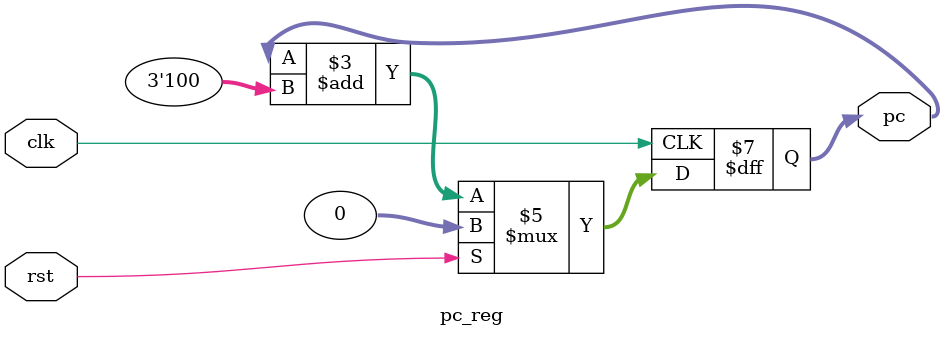
<source format=v>
module pc_reg (
    input wire          clk,
    input wire          rst,
    output reg [31:0]   pc
);

always @(posedge clk) begin
    if(rst == 1'b1)begin
        pc <= 32'b0;
    end
    else begin
        pc <= pc + 3'd4;
    end
    
end
    
endmodule
</source>
